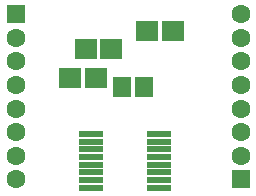
<source format=gts>
G04 DipTrace 2.4.0.2*
%INTopMask.gts*%
%MOIN*%
%ADD22R,0.0789X0.0237*%
%ADD24C,0.0631*%
%ADD26R,0.0631X0.0631*%
%ADD28R,0.0749X0.071*%
%ADD30R,0.0592X0.0671*%
%FSLAX44Y44*%
G04*
G70*
G90*
G75*
G01*
%LNTopMask*%
%LPD*%
D30*
X8229Y7626D3*
X8977D3*
D28*
X6511Y7916D3*
X7377D3*
X9914Y9485D3*
X9048D3*
X7013Y8900D3*
X7879D3*
D26*
X4682Y10059D3*
D24*
Y9271D3*
Y8484D3*
Y7696D3*
Y6909D3*
Y6122D3*
Y5334D3*
Y4547D3*
D26*
X12182D3*
D24*
Y5334D3*
Y6122D3*
Y6909D3*
Y7696D3*
Y8484D3*
Y9271D3*
Y10059D3*
D22*
X7182Y6059D3*
Y5803D3*
Y5547D3*
Y5291D3*
Y5035D3*
Y4779D3*
Y4523D3*
Y4267D3*
X9466D3*
Y4523D3*
Y4779D3*
Y5035D3*
Y5291D3*
Y5547D3*
Y5803D3*
Y6059D3*
M02*

</source>
